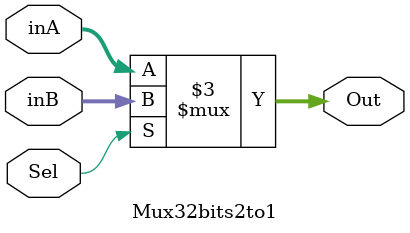
<source format=v>
 `timescale 1ns / 1ps


module Mux32bits2to1(inA, inB, Sel, Out);

    output reg [31:0] Out;
    
    input [31:0] inA;
    input [31:0] inB;
    input Sel;

    always @(inA, inB, Sel)begin
    
        if(Sel)begin
            Out <= inB;
        end
        else begin
            Out <= inA;
        end
    
    end

endmodule

</source>
